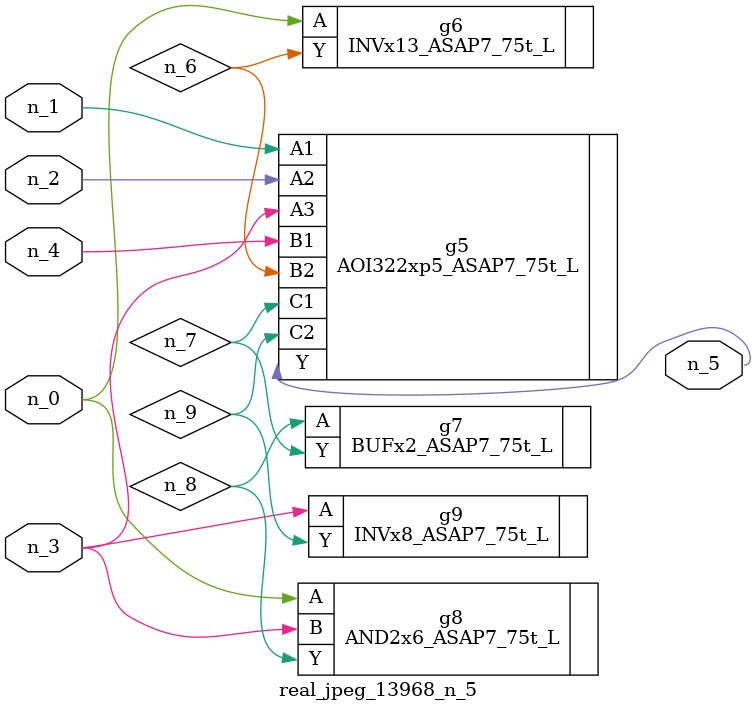
<source format=v>
module real_jpeg_13968_n_5 (n_4, n_0, n_1, n_2, n_3, n_5);

input n_4;
input n_0;
input n_1;
input n_2;
input n_3;

output n_5;

wire n_8;
wire n_6;
wire n_7;
wire n_9;

INVx13_ASAP7_75t_L g6 ( 
.A(n_0),
.Y(n_6)
);

AND2x6_ASAP7_75t_L g8 ( 
.A(n_0),
.B(n_3),
.Y(n_8)
);

AOI322xp5_ASAP7_75t_L g5 ( 
.A1(n_1),
.A2(n_2),
.A3(n_3),
.B1(n_4),
.B2(n_6),
.C1(n_7),
.C2(n_9),
.Y(n_5)
);

INVx8_ASAP7_75t_L g9 ( 
.A(n_3),
.Y(n_9)
);

BUFx2_ASAP7_75t_L g7 ( 
.A(n_8),
.Y(n_7)
);


endmodule
</source>
